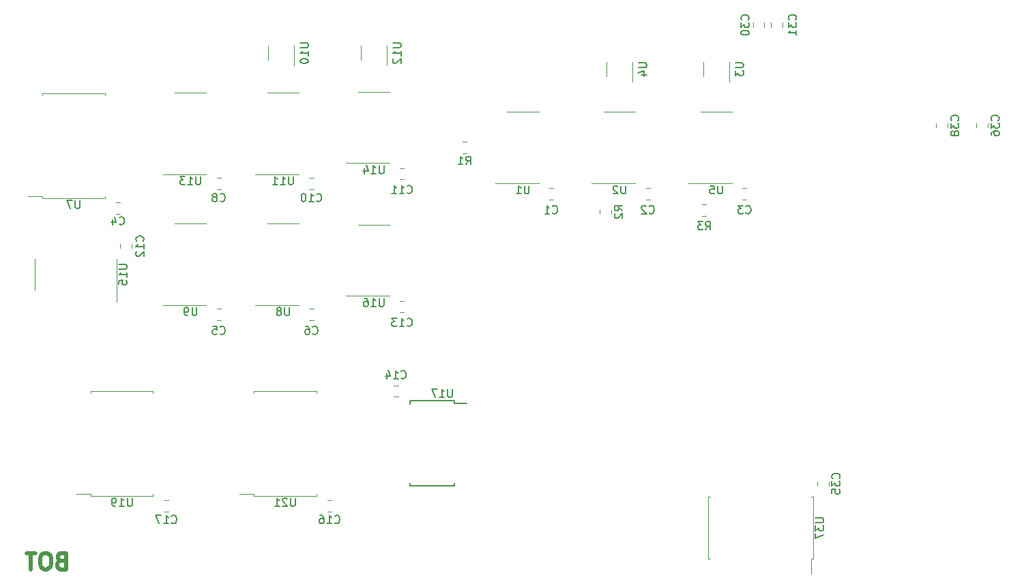
<source format=gbr>
G04 #@! TF.GenerationSoftware,KiCad,Pcbnew,(5.1.4)-1*
G04 #@! TF.CreationDate,2019-09-28T19:07:41+02:00*
G04 #@! TF.ProjectId,Project_GP8B,50726f6a-6563-4745-9f47-5038422e6b69,V4*
G04 #@! TF.SameCoordinates,PX3a2c940PY1e0a6e0*
G04 #@! TF.FileFunction,Legend,Bot*
G04 #@! TF.FilePolarity,Positive*
%FSLAX46Y46*%
G04 Gerber Fmt 4.6, Leading zero omitted, Abs format (unit mm)*
G04 Created by KiCad (PCBNEW (5.1.4)-1) date 2019-09-28 19:07:41*
%MOMM*%
%LPD*%
G04 APERTURE LIST*
%ADD10C,0.500000*%
%ADD11C,0.120000*%
%ADD12C,0.150000*%
G04 APERTURE END LIST*
D10*
X14166666Y-81107142D02*
X13880952Y-81202380D01*
X13785714Y-81297619D01*
X13690476Y-81488095D01*
X13690476Y-81773809D01*
X13785714Y-81964285D01*
X13880952Y-82059523D01*
X14071428Y-82154761D01*
X14833333Y-82154761D01*
X14833333Y-80154761D01*
X14166666Y-80154761D01*
X13976190Y-80250000D01*
X13880952Y-80345238D01*
X13785714Y-80535714D01*
X13785714Y-80726190D01*
X13880952Y-80916666D01*
X13976190Y-81011904D01*
X14166666Y-81107142D01*
X14833333Y-81107142D01*
X12452380Y-80154761D02*
X12071428Y-80154761D01*
X11880952Y-80250000D01*
X11690476Y-80440476D01*
X11595238Y-80821428D01*
X11595238Y-81488095D01*
X11690476Y-81869047D01*
X11880952Y-82059523D01*
X12071428Y-82154761D01*
X12452380Y-82154761D01*
X12642857Y-82059523D01*
X12833333Y-81869047D01*
X12928571Y-81488095D01*
X12928571Y-80821428D01*
X12833333Y-80440476D01*
X12642857Y-80250000D01*
X12452380Y-80154761D01*
X11023809Y-80154761D02*
X9880952Y-80154761D01*
X10452380Y-82154761D02*
X10452380Y-80154761D01*
D11*
X75258578Y-34790000D02*
X74741422Y-34790000D01*
X75258578Y-36210000D02*
X74741422Y-36210000D01*
X87258578Y-34790000D02*
X86741422Y-34790000D01*
X87258578Y-36210000D02*
X86741422Y-36210000D01*
X99258578Y-36210000D02*
X98741422Y-36210000D01*
X99258578Y-34790000D02*
X98741422Y-34790000D01*
X20991422Y-37960000D02*
X21508578Y-37960000D01*
X20991422Y-36540000D02*
X21508578Y-36540000D01*
X34008578Y-49790000D02*
X33491422Y-49790000D01*
X34008578Y-51210000D02*
X33491422Y-51210000D01*
X45508578Y-51210000D02*
X44991422Y-51210000D01*
X45508578Y-49790000D02*
X44991422Y-49790000D01*
X34008578Y-33540000D02*
X33491422Y-33540000D01*
X34008578Y-34960000D02*
X33491422Y-34960000D01*
X45508578Y-34960000D02*
X44991422Y-34960000D01*
X45508578Y-33540000D02*
X44991422Y-33540000D01*
X56758578Y-32290000D02*
X56241422Y-32290000D01*
X56758578Y-33710000D02*
X56241422Y-33710000D01*
X22960000Y-41741422D02*
X22960000Y-42258578D01*
X21540000Y-41741422D02*
X21540000Y-42258578D01*
X56758578Y-50210000D02*
X56241422Y-50210000D01*
X56758578Y-48790000D02*
X56241422Y-48790000D01*
X55491422Y-60710000D02*
X56008578Y-60710000D01*
X55491422Y-59290000D02*
X56008578Y-59290000D01*
X47758578Y-73540000D02*
X47241422Y-73540000D01*
X47758578Y-74960000D02*
X47241422Y-74960000D01*
X27508578Y-74960000D02*
X26991422Y-74960000D01*
X27508578Y-73540000D02*
X26991422Y-73540000D01*
X101460000Y-14241422D02*
X101460000Y-14758578D01*
X100040000Y-14241422D02*
X100040000Y-14758578D01*
X102290000Y-14241422D02*
X102290000Y-14758578D01*
X103710000Y-14241422D02*
X103710000Y-14758578D01*
X108040000Y-71758578D02*
X108040000Y-71241422D01*
X109460000Y-71758578D02*
X109460000Y-71241422D01*
X129210000Y-27258578D02*
X129210000Y-26741422D01*
X127790000Y-27258578D02*
X127790000Y-26741422D01*
X122790000Y-27258578D02*
X122790000Y-26741422D01*
X124210000Y-27258578D02*
X124210000Y-26741422D01*
X63991422Y-30460000D02*
X64508578Y-30460000D01*
X63991422Y-29040000D02*
X64508578Y-29040000D01*
X81040000Y-38008578D02*
X81040000Y-37491422D01*
X82460000Y-38008578D02*
X82460000Y-37491422D01*
X94258578Y-36790000D02*
X93741422Y-36790000D01*
X94258578Y-38210000D02*
X93741422Y-38210000D01*
X71500000Y-25315000D02*
X73450000Y-25315000D01*
X71500000Y-25315000D02*
X69550000Y-25315000D01*
X71500000Y-34185000D02*
X73450000Y-34185000D01*
X71500000Y-34185000D02*
X68050000Y-34185000D01*
X83500000Y-34185000D02*
X80050000Y-34185000D01*
X83500000Y-34185000D02*
X85450000Y-34185000D01*
X83500000Y-25315000D02*
X81550000Y-25315000D01*
X83500000Y-25315000D02*
X85450000Y-25315000D01*
X93890000Y-20900000D02*
X93890000Y-19100000D01*
X97110000Y-19100000D02*
X97110000Y-21550000D01*
X85110000Y-19100000D02*
X85110000Y-21550000D01*
X81890000Y-20900000D02*
X81890000Y-19100000D01*
X95500000Y-25315000D02*
X97450000Y-25315000D01*
X95500000Y-25315000D02*
X93550000Y-25315000D01*
X95500000Y-34185000D02*
X97450000Y-34185000D01*
X95500000Y-34185000D02*
X92050000Y-34185000D01*
X15750000Y-22990000D02*
X19610000Y-22990000D01*
X19610000Y-22990000D02*
X19610000Y-23225000D01*
X15750000Y-22990000D02*
X11890000Y-22990000D01*
X11890000Y-22990000D02*
X11890000Y-23225000D01*
X15750000Y-36010000D02*
X19610000Y-36010000D01*
X19610000Y-36010000D02*
X19610000Y-35775000D01*
X15750000Y-36010000D02*
X11890000Y-36010000D01*
X11890000Y-36010000D02*
X11890000Y-35775000D01*
X11890000Y-35775000D02*
X10075000Y-35775000D01*
X41750000Y-49310000D02*
X38300000Y-49310000D01*
X41750000Y-49310000D02*
X43700000Y-49310000D01*
X41750000Y-39190000D02*
X39800000Y-39190000D01*
X41750000Y-39190000D02*
X43700000Y-39190000D01*
X30250000Y-39190000D02*
X32200000Y-39190000D01*
X30250000Y-39190000D02*
X28300000Y-39190000D01*
X30250000Y-49310000D02*
X32200000Y-49310000D01*
X30250000Y-49310000D02*
X26800000Y-49310000D01*
X43110000Y-17100000D02*
X43110000Y-19550000D01*
X39890000Y-18900000D02*
X39890000Y-17100000D01*
X41750000Y-22940000D02*
X43700000Y-22940000D01*
X41750000Y-22940000D02*
X39800000Y-22940000D01*
X41750000Y-33060000D02*
X43700000Y-33060000D01*
X41750000Y-33060000D02*
X38300000Y-33060000D01*
X51390000Y-18900000D02*
X51390000Y-17100000D01*
X54610000Y-17100000D02*
X54610000Y-19550000D01*
X30250000Y-33060000D02*
X26800000Y-33060000D01*
X30250000Y-33060000D02*
X32200000Y-33060000D01*
X30250000Y-22940000D02*
X28300000Y-22940000D01*
X30250000Y-22940000D02*
X32200000Y-22940000D01*
X53000000Y-22815000D02*
X54950000Y-22815000D01*
X53000000Y-22815000D02*
X51050000Y-22815000D01*
X53000000Y-31685000D02*
X54950000Y-31685000D01*
X53000000Y-31685000D02*
X49550000Y-31685000D01*
X10940000Y-45500000D02*
X10940000Y-43550000D01*
X10940000Y-45500000D02*
X10940000Y-47450000D01*
X21060000Y-45500000D02*
X21060000Y-43550000D01*
X21060000Y-45500000D02*
X21060000Y-48950000D01*
X53000000Y-48185000D02*
X49550000Y-48185000D01*
X53000000Y-48185000D02*
X54950000Y-48185000D01*
X53000000Y-39315000D02*
X51050000Y-39315000D01*
X53000000Y-39315000D02*
X54950000Y-39315000D01*
D12*
X63025000Y-61225000D02*
X63025000Y-61500000D01*
X57475000Y-61225000D02*
X57475000Y-61580000D01*
X57475000Y-71775000D02*
X57475000Y-71420000D01*
X63025000Y-71775000D02*
X63025000Y-71420000D01*
X63025000Y-61225000D02*
X57475000Y-61225000D01*
X63025000Y-71775000D02*
X57475000Y-71775000D01*
X63025000Y-61500000D02*
X64550000Y-61500000D01*
D11*
X94490000Y-77000000D02*
X94490000Y-73140000D01*
X94490000Y-73140000D02*
X94725000Y-73140000D01*
X94490000Y-77000000D02*
X94490000Y-80860000D01*
X94490000Y-80860000D02*
X94725000Y-80860000D01*
X107510000Y-77000000D02*
X107510000Y-73140000D01*
X107510000Y-73140000D02*
X107275000Y-73140000D01*
X107510000Y-77000000D02*
X107510000Y-80860000D01*
X107510000Y-80860000D02*
X107275000Y-80860000D01*
X107275000Y-80860000D02*
X107275000Y-82675000D01*
X21750000Y-59990000D02*
X25610000Y-59990000D01*
X25610000Y-59990000D02*
X25610000Y-60225000D01*
X21750000Y-59990000D02*
X17890000Y-59990000D01*
X17890000Y-59990000D02*
X17890000Y-60225000D01*
X21750000Y-73010000D02*
X25610000Y-73010000D01*
X25610000Y-73010000D02*
X25610000Y-72775000D01*
X21750000Y-73010000D02*
X17890000Y-73010000D01*
X17890000Y-73010000D02*
X17890000Y-72775000D01*
X17890000Y-72775000D02*
X16075000Y-72775000D01*
X38140000Y-72775000D02*
X36325000Y-72775000D01*
X38140000Y-73010000D02*
X38140000Y-72775000D01*
X42000000Y-73010000D02*
X38140000Y-73010000D01*
X45860000Y-73010000D02*
X45860000Y-72775000D01*
X42000000Y-73010000D02*
X45860000Y-73010000D01*
X38140000Y-59990000D02*
X38140000Y-60225000D01*
X42000000Y-59990000D02*
X38140000Y-59990000D01*
X45860000Y-59990000D02*
X45860000Y-60225000D01*
X42000000Y-59990000D02*
X45860000Y-59990000D01*
D12*
X75166666Y-37857142D02*
X75214285Y-37904761D01*
X75357142Y-37952380D01*
X75452380Y-37952380D01*
X75595238Y-37904761D01*
X75690476Y-37809523D01*
X75738095Y-37714285D01*
X75785714Y-37523809D01*
X75785714Y-37380952D01*
X75738095Y-37190476D01*
X75690476Y-37095238D01*
X75595238Y-37000000D01*
X75452380Y-36952380D01*
X75357142Y-36952380D01*
X75214285Y-37000000D01*
X75166666Y-37047619D01*
X74214285Y-37952380D02*
X74785714Y-37952380D01*
X74500000Y-37952380D02*
X74500000Y-36952380D01*
X74595238Y-37095238D01*
X74690476Y-37190476D01*
X74785714Y-37238095D01*
X87166666Y-37857142D02*
X87214285Y-37904761D01*
X87357142Y-37952380D01*
X87452380Y-37952380D01*
X87595238Y-37904761D01*
X87690476Y-37809523D01*
X87738095Y-37714285D01*
X87785714Y-37523809D01*
X87785714Y-37380952D01*
X87738095Y-37190476D01*
X87690476Y-37095238D01*
X87595238Y-37000000D01*
X87452380Y-36952380D01*
X87357142Y-36952380D01*
X87214285Y-37000000D01*
X87166666Y-37047619D01*
X86785714Y-37047619D02*
X86738095Y-37000000D01*
X86642857Y-36952380D01*
X86404761Y-36952380D01*
X86309523Y-37000000D01*
X86261904Y-37047619D01*
X86214285Y-37142857D01*
X86214285Y-37238095D01*
X86261904Y-37380952D01*
X86833333Y-37952380D01*
X86214285Y-37952380D01*
X99166666Y-37857142D02*
X99214285Y-37904761D01*
X99357142Y-37952380D01*
X99452380Y-37952380D01*
X99595238Y-37904761D01*
X99690476Y-37809523D01*
X99738095Y-37714285D01*
X99785714Y-37523809D01*
X99785714Y-37380952D01*
X99738095Y-37190476D01*
X99690476Y-37095238D01*
X99595238Y-37000000D01*
X99452380Y-36952380D01*
X99357142Y-36952380D01*
X99214285Y-37000000D01*
X99166666Y-37047619D01*
X98833333Y-36952380D02*
X98214285Y-36952380D01*
X98547619Y-37333333D01*
X98404761Y-37333333D01*
X98309523Y-37380952D01*
X98261904Y-37428571D01*
X98214285Y-37523809D01*
X98214285Y-37761904D01*
X98261904Y-37857142D01*
X98309523Y-37904761D01*
X98404761Y-37952380D01*
X98690476Y-37952380D01*
X98785714Y-37904761D01*
X98833333Y-37857142D01*
X21416666Y-39257142D02*
X21464285Y-39304761D01*
X21607142Y-39352380D01*
X21702380Y-39352380D01*
X21845238Y-39304761D01*
X21940476Y-39209523D01*
X21988095Y-39114285D01*
X22035714Y-38923809D01*
X22035714Y-38780952D01*
X21988095Y-38590476D01*
X21940476Y-38495238D01*
X21845238Y-38400000D01*
X21702380Y-38352380D01*
X21607142Y-38352380D01*
X21464285Y-38400000D01*
X21416666Y-38447619D01*
X20559523Y-38685714D02*
X20559523Y-39352380D01*
X20797619Y-38304761D02*
X21035714Y-39019047D01*
X20416666Y-39019047D01*
X33916666Y-52857142D02*
X33964285Y-52904761D01*
X34107142Y-52952380D01*
X34202380Y-52952380D01*
X34345238Y-52904761D01*
X34440476Y-52809523D01*
X34488095Y-52714285D01*
X34535714Y-52523809D01*
X34535714Y-52380952D01*
X34488095Y-52190476D01*
X34440476Y-52095238D01*
X34345238Y-52000000D01*
X34202380Y-51952380D01*
X34107142Y-51952380D01*
X33964285Y-52000000D01*
X33916666Y-52047619D01*
X33011904Y-51952380D02*
X33488095Y-51952380D01*
X33535714Y-52428571D01*
X33488095Y-52380952D01*
X33392857Y-52333333D01*
X33154761Y-52333333D01*
X33059523Y-52380952D01*
X33011904Y-52428571D01*
X32964285Y-52523809D01*
X32964285Y-52761904D01*
X33011904Y-52857142D01*
X33059523Y-52904761D01*
X33154761Y-52952380D01*
X33392857Y-52952380D01*
X33488095Y-52904761D01*
X33535714Y-52857142D01*
X45416666Y-52857142D02*
X45464285Y-52904761D01*
X45607142Y-52952380D01*
X45702380Y-52952380D01*
X45845238Y-52904761D01*
X45940476Y-52809523D01*
X45988095Y-52714285D01*
X46035714Y-52523809D01*
X46035714Y-52380952D01*
X45988095Y-52190476D01*
X45940476Y-52095238D01*
X45845238Y-52000000D01*
X45702380Y-51952380D01*
X45607142Y-51952380D01*
X45464285Y-52000000D01*
X45416666Y-52047619D01*
X44559523Y-51952380D02*
X44750000Y-51952380D01*
X44845238Y-52000000D01*
X44892857Y-52047619D01*
X44988095Y-52190476D01*
X45035714Y-52380952D01*
X45035714Y-52761904D01*
X44988095Y-52857142D01*
X44940476Y-52904761D01*
X44845238Y-52952380D01*
X44654761Y-52952380D01*
X44559523Y-52904761D01*
X44511904Y-52857142D01*
X44464285Y-52761904D01*
X44464285Y-52523809D01*
X44511904Y-52428571D01*
X44559523Y-52380952D01*
X44654761Y-52333333D01*
X44845238Y-52333333D01*
X44940476Y-52380952D01*
X44988095Y-52428571D01*
X45035714Y-52523809D01*
X33916666Y-36357142D02*
X33964285Y-36404761D01*
X34107142Y-36452380D01*
X34202380Y-36452380D01*
X34345238Y-36404761D01*
X34440476Y-36309523D01*
X34488095Y-36214285D01*
X34535714Y-36023809D01*
X34535714Y-35880952D01*
X34488095Y-35690476D01*
X34440476Y-35595238D01*
X34345238Y-35500000D01*
X34202380Y-35452380D01*
X34107142Y-35452380D01*
X33964285Y-35500000D01*
X33916666Y-35547619D01*
X33345238Y-35880952D02*
X33440476Y-35833333D01*
X33488095Y-35785714D01*
X33535714Y-35690476D01*
X33535714Y-35642857D01*
X33488095Y-35547619D01*
X33440476Y-35500000D01*
X33345238Y-35452380D01*
X33154761Y-35452380D01*
X33059523Y-35500000D01*
X33011904Y-35547619D01*
X32964285Y-35642857D01*
X32964285Y-35690476D01*
X33011904Y-35785714D01*
X33059523Y-35833333D01*
X33154761Y-35880952D01*
X33345238Y-35880952D01*
X33440476Y-35928571D01*
X33488095Y-35976190D01*
X33535714Y-36071428D01*
X33535714Y-36261904D01*
X33488095Y-36357142D01*
X33440476Y-36404761D01*
X33345238Y-36452380D01*
X33154761Y-36452380D01*
X33059523Y-36404761D01*
X33011904Y-36357142D01*
X32964285Y-36261904D01*
X32964285Y-36071428D01*
X33011904Y-35976190D01*
X33059523Y-35928571D01*
X33154761Y-35880952D01*
X45892857Y-36357142D02*
X45940476Y-36404761D01*
X46083333Y-36452380D01*
X46178571Y-36452380D01*
X46321428Y-36404761D01*
X46416666Y-36309523D01*
X46464285Y-36214285D01*
X46511904Y-36023809D01*
X46511904Y-35880952D01*
X46464285Y-35690476D01*
X46416666Y-35595238D01*
X46321428Y-35500000D01*
X46178571Y-35452380D01*
X46083333Y-35452380D01*
X45940476Y-35500000D01*
X45892857Y-35547619D01*
X44940476Y-36452380D02*
X45511904Y-36452380D01*
X45226190Y-36452380D02*
X45226190Y-35452380D01*
X45321428Y-35595238D01*
X45416666Y-35690476D01*
X45511904Y-35738095D01*
X44321428Y-35452380D02*
X44226190Y-35452380D01*
X44130952Y-35500000D01*
X44083333Y-35547619D01*
X44035714Y-35642857D01*
X43988095Y-35833333D01*
X43988095Y-36071428D01*
X44035714Y-36261904D01*
X44083333Y-36357142D01*
X44130952Y-36404761D01*
X44226190Y-36452380D01*
X44321428Y-36452380D01*
X44416666Y-36404761D01*
X44464285Y-36357142D01*
X44511904Y-36261904D01*
X44559523Y-36071428D01*
X44559523Y-35833333D01*
X44511904Y-35642857D01*
X44464285Y-35547619D01*
X44416666Y-35500000D01*
X44321428Y-35452380D01*
X57142857Y-35357142D02*
X57190476Y-35404761D01*
X57333333Y-35452380D01*
X57428571Y-35452380D01*
X57571428Y-35404761D01*
X57666666Y-35309523D01*
X57714285Y-35214285D01*
X57761904Y-35023809D01*
X57761904Y-34880952D01*
X57714285Y-34690476D01*
X57666666Y-34595238D01*
X57571428Y-34500000D01*
X57428571Y-34452380D01*
X57333333Y-34452380D01*
X57190476Y-34500000D01*
X57142857Y-34547619D01*
X56190476Y-35452380D02*
X56761904Y-35452380D01*
X56476190Y-35452380D02*
X56476190Y-34452380D01*
X56571428Y-34595238D01*
X56666666Y-34690476D01*
X56761904Y-34738095D01*
X55238095Y-35452380D02*
X55809523Y-35452380D01*
X55523809Y-35452380D02*
X55523809Y-34452380D01*
X55619047Y-34595238D01*
X55714285Y-34690476D01*
X55809523Y-34738095D01*
X24357142Y-41357142D02*
X24404761Y-41309523D01*
X24452380Y-41166666D01*
X24452380Y-41071428D01*
X24404761Y-40928571D01*
X24309523Y-40833333D01*
X24214285Y-40785714D01*
X24023809Y-40738095D01*
X23880952Y-40738095D01*
X23690476Y-40785714D01*
X23595238Y-40833333D01*
X23500000Y-40928571D01*
X23452380Y-41071428D01*
X23452380Y-41166666D01*
X23500000Y-41309523D01*
X23547619Y-41357142D01*
X24452380Y-42309523D02*
X24452380Y-41738095D01*
X24452380Y-42023809D02*
X23452380Y-42023809D01*
X23595238Y-41928571D01*
X23690476Y-41833333D01*
X23738095Y-41738095D01*
X23547619Y-42690476D02*
X23500000Y-42738095D01*
X23452380Y-42833333D01*
X23452380Y-43071428D01*
X23500000Y-43166666D01*
X23547619Y-43214285D01*
X23642857Y-43261904D01*
X23738095Y-43261904D01*
X23880952Y-43214285D01*
X24452380Y-42642857D01*
X24452380Y-43261904D01*
X57142857Y-51857142D02*
X57190476Y-51904761D01*
X57333333Y-51952380D01*
X57428571Y-51952380D01*
X57571428Y-51904761D01*
X57666666Y-51809523D01*
X57714285Y-51714285D01*
X57761904Y-51523809D01*
X57761904Y-51380952D01*
X57714285Y-51190476D01*
X57666666Y-51095238D01*
X57571428Y-51000000D01*
X57428571Y-50952380D01*
X57333333Y-50952380D01*
X57190476Y-51000000D01*
X57142857Y-51047619D01*
X56190476Y-51952380D02*
X56761904Y-51952380D01*
X56476190Y-51952380D02*
X56476190Y-50952380D01*
X56571428Y-51095238D01*
X56666666Y-51190476D01*
X56761904Y-51238095D01*
X55857142Y-50952380D02*
X55238095Y-50952380D01*
X55571428Y-51333333D01*
X55428571Y-51333333D01*
X55333333Y-51380952D01*
X55285714Y-51428571D01*
X55238095Y-51523809D01*
X55238095Y-51761904D01*
X55285714Y-51857142D01*
X55333333Y-51904761D01*
X55428571Y-51952380D01*
X55714285Y-51952380D01*
X55809523Y-51904761D01*
X55857142Y-51857142D01*
X56392857Y-58357142D02*
X56440476Y-58404761D01*
X56583333Y-58452380D01*
X56678571Y-58452380D01*
X56821428Y-58404761D01*
X56916666Y-58309523D01*
X56964285Y-58214285D01*
X57011904Y-58023809D01*
X57011904Y-57880952D01*
X56964285Y-57690476D01*
X56916666Y-57595238D01*
X56821428Y-57500000D01*
X56678571Y-57452380D01*
X56583333Y-57452380D01*
X56440476Y-57500000D01*
X56392857Y-57547619D01*
X55440476Y-58452380D02*
X56011904Y-58452380D01*
X55726190Y-58452380D02*
X55726190Y-57452380D01*
X55821428Y-57595238D01*
X55916666Y-57690476D01*
X56011904Y-57738095D01*
X54583333Y-57785714D02*
X54583333Y-58452380D01*
X54821428Y-57404761D02*
X55059523Y-58119047D01*
X54440476Y-58119047D01*
X48142857Y-76357142D02*
X48190476Y-76404761D01*
X48333333Y-76452380D01*
X48428571Y-76452380D01*
X48571428Y-76404761D01*
X48666666Y-76309523D01*
X48714285Y-76214285D01*
X48761904Y-76023809D01*
X48761904Y-75880952D01*
X48714285Y-75690476D01*
X48666666Y-75595238D01*
X48571428Y-75500000D01*
X48428571Y-75452380D01*
X48333333Y-75452380D01*
X48190476Y-75500000D01*
X48142857Y-75547619D01*
X47190476Y-76452380D02*
X47761904Y-76452380D01*
X47476190Y-76452380D02*
X47476190Y-75452380D01*
X47571428Y-75595238D01*
X47666666Y-75690476D01*
X47761904Y-75738095D01*
X46333333Y-75452380D02*
X46523809Y-75452380D01*
X46619047Y-75500000D01*
X46666666Y-75547619D01*
X46761904Y-75690476D01*
X46809523Y-75880952D01*
X46809523Y-76261904D01*
X46761904Y-76357142D01*
X46714285Y-76404761D01*
X46619047Y-76452380D01*
X46428571Y-76452380D01*
X46333333Y-76404761D01*
X46285714Y-76357142D01*
X46238095Y-76261904D01*
X46238095Y-76023809D01*
X46285714Y-75928571D01*
X46333333Y-75880952D01*
X46428571Y-75833333D01*
X46619047Y-75833333D01*
X46714285Y-75880952D01*
X46761904Y-75928571D01*
X46809523Y-76023809D01*
X27892857Y-76357142D02*
X27940476Y-76404761D01*
X28083333Y-76452380D01*
X28178571Y-76452380D01*
X28321428Y-76404761D01*
X28416666Y-76309523D01*
X28464285Y-76214285D01*
X28511904Y-76023809D01*
X28511904Y-75880952D01*
X28464285Y-75690476D01*
X28416666Y-75595238D01*
X28321428Y-75500000D01*
X28178571Y-75452380D01*
X28083333Y-75452380D01*
X27940476Y-75500000D01*
X27892857Y-75547619D01*
X26940476Y-76452380D02*
X27511904Y-76452380D01*
X27226190Y-76452380D02*
X27226190Y-75452380D01*
X27321428Y-75595238D01*
X27416666Y-75690476D01*
X27511904Y-75738095D01*
X26607142Y-75452380D02*
X25940476Y-75452380D01*
X26369047Y-76452380D01*
X99457142Y-13857142D02*
X99504761Y-13809523D01*
X99552380Y-13666666D01*
X99552380Y-13571428D01*
X99504761Y-13428571D01*
X99409523Y-13333333D01*
X99314285Y-13285714D01*
X99123809Y-13238095D01*
X98980952Y-13238095D01*
X98790476Y-13285714D01*
X98695238Y-13333333D01*
X98600000Y-13428571D01*
X98552380Y-13571428D01*
X98552380Y-13666666D01*
X98600000Y-13809523D01*
X98647619Y-13857142D01*
X98552380Y-14190476D02*
X98552380Y-14809523D01*
X98933333Y-14476190D01*
X98933333Y-14619047D01*
X98980952Y-14714285D01*
X99028571Y-14761904D01*
X99123809Y-14809523D01*
X99361904Y-14809523D01*
X99457142Y-14761904D01*
X99504761Y-14714285D01*
X99552380Y-14619047D01*
X99552380Y-14333333D01*
X99504761Y-14238095D01*
X99457142Y-14190476D01*
X98552380Y-15428571D02*
X98552380Y-15523809D01*
X98600000Y-15619047D01*
X98647619Y-15666666D01*
X98742857Y-15714285D01*
X98933333Y-15761904D01*
X99171428Y-15761904D01*
X99361904Y-15714285D01*
X99457142Y-15666666D01*
X99504761Y-15619047D01*
X99552380Y-15523809D01*
X99552380Y-15428571D01*
X99504761Y-15333333D01*
X99457142Y-15285714D01*
X99361904Y-15238095D01*
X99171428Y-15190476D01*
X98933333Y-15190476D01*
X98742857Y-15238095D01*
X98647619Y-15285714D01*
X98600000Y-15333333D01*
X98552380Y-15428571D01*
X105357142Y-13857142D02*
X105404761Y-13809523D01*
X105452380Y-13666666D01*
X105452380Y-13571428D01*
X105404761Y-13428571D01*
X105309523Y-13333333D01*
X105214285Y-13285714D01*
X105023809Y-13238095D01*
X104880952Y-13238095D01*
X104690476Y-13285714D01*
X104595238Y-13333333D01*
X104500000Y-13428571D01*
X104452380Y-13571428D01*
X104452380Y-13666666D01*
X104500000Y-13809523D01*
X104547619Y-13857142D01*
X104452380Y-14190476D02*
X104452380Y-14809523D01*
X104833333Y-14476190D01*
X104833333Y-14619047D01*
X104880952Y-14714285D01*
X104928571Y-14761904D01*
X105023809Y-14809523D01*
X105261904Y-14809523D01*
X105357142Y-14761904D01*
X105404761Y-14714285D01*
X105452380Y-14619047D01*
X105452380Y-14333333D01*
X105404761Y-14238095D01*
X105357142Y-14190476D01*
X105452380Y-15761904D02*
X105452380Y-15190476D01*
X105452380Y-15476190D02*
X104452380Y-15476190D01*
X104595238Y-15380952D01*
X104690476Y-15285714D01*
X104738095Y-15190476D01*
X110757142Y-70857142D02*
X110804761Y-70809523D01*
X110852380Y-70666666D01*
X110852380Y-70571428D01*
X110804761Y-70428571D01*
X110709523Y-70333333D01*
X110614285Y-70285714D01*
X110423809Y-70238095D01*
X110280952Y-70238095D01*
X110090476Y-70285714D01*
X109995238Y-70333333D01*
X109900000Y-70428571D01*
X109852380Y-70571428D01*
X109852380Y-70666666D01*
X109900000Y-70809523D01*
X109947619Y-70857142D01*
X109852380Y-71190476D02*
X109852380Y-71809523D01*
X110233333Y-71476190D01*
X110233333Y-71619047D01*
X110280952Y-71714285D01*
X110328571Y-71761904D01*
X110423809Y-71809523D01*
X110661904Y-71809523D01*
X110757142Y-71761904D01*
X110804761Y-71714285D01*
X110852380Y-71619047D01*
X110852380Y-71333333D01*
X110804761Y-71238095D01*
X110757142Y-71190476D01*
X109852380Y-72714285D02*
X109852380Y-72238095D01*
X110328571Y-72190476D01*
X110280952Y-72238095D01*
X110233333Y-72333333D01*
X110233333Y-72571428D01*
X110280952Y-72666666D01*
X110328571Y-72714285D01*
X110423809Y-72761904D01*
X110661904Y-72761904D01*
X110757142Y-72714285D01*
X110804761Y-72666666D01*
X110852380Y-72571428D01*
X110852380Y-72333333D01*
X110804761Y-72238095D01*
X110757142Y-72190476D01*
X130507142Y-26357142D02*
X130554761Y-26309523D01*
X130602380Y-26166666D01*
X130602380Y-26071428D01*
X130554761Y-25928571D01*
X130459523Y-25833333D01*
X130364285Y-25785714D01*
X130173809Y-25738095D01*
X130030952Y-25738095D01*
X129840476Y-25785714D01*
X129745238Y-25833333D01*
X129650000Y-25928571D01*
X129602380Y-26071428D01*
X129602380Y-26166666D01*
X129650000Y-26309523D01*
X129697619Y-26357142D01*
X129602380Y-26690476D02*
X129602380Y-27309523D01*
X129983333Y-26976190D01*
X129983333Y-27119047D01*
X130030952Y-27214285D01*
X130078571Y-27261904D01*
X130173809Y-27309523D01*
X130411904Y-27309523D01*
X130507142Y-27261904D01*
X130554761Y-27214285D01*
X130602380Y-27119047D01*
X130602380Y-26833333D01*
X130554761Y-26738095D01*
X130507142Y-26690476D01*
X129602380Y-28166666D02*
X129602380Y-27976190D01*
X129650000Y-27880952D01*
X129697619Y-27833333D01*
X129840476Y-27738095D01*
X130030952Y-27690476D01*
X130411904Y-27690476D01*
X130507142Y-27738095D01*
X130554761Y-27785714D01*
X130602380Y-27880952D01*
X130602380Y-28071428D01*
X130554761Y-28166666D01*
X130507142Y-28214285D01*
X130411904Y-28261904D01*
X130173809Y-28261904D01*
X130078571Y-28214285D01*
X130030952Y-28166666D01*
X129983333Y-28071428D01*
X129983333Y-27880952D01*
X130030952Y-27785714D01*
X130078571Y-27738095D01*
X130173809Y-27690476D01*
X125507142Y-26357142D02*
X125554761Y-26309523D01*
X125602380Y-26166666D01*
X125602380Y-26071428D01*
X125554761Y-25928571D01*
X125459523Y-25833333D01*
X125364285Y-25785714D01*
X125173809Y-25738095D01*
X125030952Y-25738095D01*
X124840476Y-25785714D01*
X124745238Y-25833333D01*
X124650000Y-25928571D01*
X124602380Y-26071428D01*
X124602380Y-26166666D01*
X124650000Y-26309523D01*
X124697619Y-26357142D01*
X124602380Y-26690476D02*
X124602380Y-27309523D01*
X124983333Y-26976190D01*
X124983333Y-27119047D01*
X125030952Y-27214285D01*
X125078571Y-27261904D01*
X125173809Y-27309523D01*
X125411904Y-27309523D01*
X125507142Y-27261904D01*
X125554761Y-27214285D01*
X125602380Y-27119047D01*
X125602380Y-26833333D01*
X125554761Y-26738095D01*
X125507142Y-26690476D01*
X125030952Y-27880952D02*
X124983333Y-27785714D01*
X124935714Y-27738095D01*
X124840476Y-27690476D01*
X124792857Y-27690476D01*
X124697619Y-27738095D01*
X124650000Y-27785714D01*
X124602380Y-27880952D01*
X124602380Y-28071428D01*
X124650000Y-28166666D01*
X124697619Y-28214285D01*
X124792857Y-28261904D01*
X124840476Y-28261904D01*
X124935714Y-28214285D01*
X124983333Y-28166666D01*
X125030952Y-28071428D01*
X125030952Y-27880952D01*
X125078571Y-27785714D01*
X125126190Y-27738095D01*
X125221428Y-27690476D01*
X125411904Y-27690476D01*
X125507142Y-27738095D01*
X125554761Y-27785714D01*
X125602380Y-27880952D01*
X125602380Y-28071428D01*
X125554761Y-28166666D01*
X125507142Y-28214285D01*
X125411904Y-28261904D01*
X125221428Y-28261904D01*
X125126190Y-28214285D01*
X125078571Y-28166666D01*
X125030952Y-28071428D01*
X64416666Y-31852380D02*
X64750000Y-31376190D01*
X64988095Y-31852380D02*
X64988095Y-30852380D01*
X64607142Y-30852380D01*
X64511904Y-30900000D01*
X64464285Y-30947619D01*
X64416666Y-31042857D01*
X64416666Y-31185714D01*
X64464285Y-31280952D01*
X64511904Y-31328571D01*
X64607142Y-31376190D01*
X64988095Y-31376190D01*
X63464285Y-31852380D02*
X64035714Y-31852380D01*
X63750000Y-31852380D02*
X63750000Y-30852380D01*
X63845238Y-30995238D01*
X63940476Y-31090476D01*
X64035714Y-31138095D01*
X83852380Y-37583333D02*
X83376190Y-37250000D01*
X83852380Y-37011904D02*
X82852380Y-37011904D01*
X82852380Y-37392857D01*
X82900000Y-37488095D01*
X82947619Y-37535714D01*
X83042857Y-37583333D01*
X83185714Y-37583333D01*
X83280952Y-37535714D01*
X83328571Y-37488095D01*
X83376190Y-37392857D01*
X83376190Y-37011904D01*
X82947619Y-37964285D02*
X82900000Y-38011904D01*
X82852380Y-38107142D01*
X82852380Y-38345238D01*
X82900000Y-38440476D01*
X82947619Y-38488095D01*
X83042857Y-38535714D01*
X83138095Y-38535714D01*
X83280952Y-38488095D01*
X83852380Y-37916666D01*
X83852380Y-38535714D01*
X94166666Y-39952380D02*
X94500000Y-39476190D01*
X94738095Y-39952380D02*
X94738095Y-38952380D01*
X94357142Y-38952380D01*
X94261904Y-39000000D01*
X94214285Y-39047619D01*
X94166666Y-39142857D01*
X94166666Y-39285714D01*
X94214285Y-39380952D01*
X94261904Y-39428571D01*
X94357142Y-39476190D01*
X94738095Y-39476190D01*
X93833333Y-38952380D02*
X93214285Y-38952380D01*
X93547619Y-39333333D01*
X93404761Y-39333333D01*
X93309523Y-39380952D01*
X93261904Y-39428571D01*
X93214285Y-39523809D01*
X93214285Y-39761904D01*
X93261904Y-39857142D01*
X93309523Y-39904761D01*
X93404761Y-39952380D01*
X93690476Y-39952380D01*
X93785714Y-39904761D01*
X93833333Y-39857142D01*
X72261904Y-34482380D02*
X72261904Y-35291904D01*
X72214285Y-35387142D01*
X72166666Y-35434761D01*
X72071428Y-35482380D01*
X71880952Y-35482380D01*
X71785714Y-35434761D01*
X71738095Y-35387142D01*
X71690476Y-35291904D01*
X71690476Y-34482380D01*
X70690476Y-35482380D02*
X71261904Y-35482380D01*
X70976190Y-35482380D02*
X70976190Y-34482380D01*
X71071428Y-34625238D01*
X71166666Y-34720476D01*
X71261904Y-34768095D01*
X84261904Y-34482380D02*
X84261904Y-35291904D01*
X84214285Y-35387142D01*
X84166666Y-35434761D01*
X84071428Y-35482380D01*
X83880952Y-35482380D01*
X83785714Y-35434761D01*
X83738095Y-35387142D01*
X83690476Y-35291904D01*
X83690476Y-34482380D01*
X83261904Y-34577619D02*
X83214285Y-34530000D01*
X83119047Y-34482380D01*
X82880952Y-34482380D01*
X82785714Y-34530000D01*
X82738095Y-34577619D01*
X82690476Y-34672857D01*
X82690476Y-34768095D01*
X82738095Y-34910952D01*
X83309523Y-35482380D01*
X82690476Y-35482380D01*
X97852380Y-19238095D02*
X98661904Y-19238095D01*
X98757142Y-19285714D01*
X98804761Y-19333333D01*
X98852380Y-19428571D01*
X98852380Y-19619047D01*
X98804761Y-19714285D01*
X98757142Y-19761904D01*
X98661904Y-19809523D01*
X97852380Y-19809523D01*
X97852380Y-20190476D02*
X97852380Y-20809523D01*
X98233333Y-20476190D01*
X98233333Y-20619047D01*
X98280952Y-20714285D01*
X98328571Y-20761904D01*
X98423809Y-20809523D01*
X98661904Y-20809523D01*
X98757142Y-20761904D01*
X98804761Y-20714285D01*
X98852380Y-20619047D01*
X98852380Y-20333333D01*
X98804761Y-20238095D01*
X98757142Y-20190476D01*
X85852380Y-19238095D02*
X86661904Y-19238095D01*
X86757142Y-19285714D01*
X86804761Y-19333333D01*
X86852380Y-19428571D01*
X86852380Y-19619047D01*
X86804761Y-19714285D01*
X86757142Y-19761904D01*
X86661904Y-19809523D01*
X85852380Y-19809523D01*
X86185714Y-20714285D02*
X86852380Y-20714285D01*
X85804761Y-20476190D02*
X86519047Y-20238095D01*
X86519047Y-20857142D01*
X96261904Y-34482380D02*
X96261904Y-35291904D01*
X96214285Y-35387142D01*
X96166666Y-35434761D01*
X96071428Y-35482380D01*
X95880952Y-35482380D01*
X95785714Y-35434761D01*
X95738095Y-35387142D01*
X95690476Y-35291904D01*
X95690476Y-34482380D01*
X94738095Y-34482380D02*
X95214285Y-34482380D01*
X95261904Y-34958571D01*
X95214285Y-34910952D01*
X95119047Y-34863333D01*
X94880952Y-34863333D01*
X94785714Y-34910952D01*
X94738095Y-34958571D01*
X94690476Y-35053809D01*
X94690476Y-35291904D01*
X94738095Y-35387142D01*
X94785714Y-35434761D01*
X94880952Y-35482380D01*
X95119047Y-35482380D01*
X95214285Y-35434761D01*
X95261904Y-35387142D01*
X16511904Y-36302380D02*
X16511904Y-37111904D01*
X16464285Y-37207142D01*
X16416666Y-37254761D01*
X16321428Y-37302380D01*
X16130952Y-37302380D01*
X16035714Y-37254761D01*
X15988095Y-37207142D01*
X15940476Y-37111904D01*
X15940476Y-36302380D01*
X15559523Y-36302380D02*
X14892857Y-36302380D01*
X15321428Y-37302380D01*
X42511904Y-49602380D02*
X42511904Y-50411904D01*
X42464285Y-50507142D01*
X42416666Y-50554761D01*
X42321428Y-50602380D01*
X42130952Y-50602380D01*
X42035714Y-50554761D01*
X41988095Y-50507142D01*
X41940476Y-50411904D01*
X41940476Y-49602380D01*
X41321428Y-50030952D02*
X41416666Y-49983333D01*
X41464285Y-49935714D01*
X41511904Y-49840476D01*
X41511904Y-49792857D01*
X41464285Y-49697619D01*
X41416666Y-49650000D01*
X41321428Y-49602380D01*
X41130952Y-49602380D01*
X41035714Y-49650000D01*
X40988095Y-49697619D01*
X40940476Y-49792857D01*
X40940476Y-49840476D01*
X40988095Y-49935714D01*
X41035714Y-49983333D01*
X41130952Y-50030952D01*
X41321428Y-50030952D01*
X41416666Y-50078571D01*
X41464285Y-50126190D01*
X41511904Y-50221428D01*
X41511904Y-50411904D01*
X41464285Y-50507142D01*
X41416666Y-50554761D01*
X41321428Y-50602380D01*
X41130952Y-50602380D01*
X41035714Y-50554761D01*
X40988095Y-50507142D01*
X40940476Y-50411904D01*
X40940476Y-50221428D01*
X40988095Y-50126190D01*
X41035714Y-50078571D01*
X41130952Y-50030952D01*
X31011904Y-49602380D02*
X31011904Y-50411904D01*
X30964285Y-50507142D01*
X30916666Y-50554761D01*
X30821428Y-50602380D01*
X30630952Y-50602380D01*
X30535714Y-50554761D01*
X30488095Y-50507142D01*
X30440476Y-50411904D01*
X30440476Y-49602380D01*
X29916666Y-50602380D02*
X29726190Y-50602380D01*
X29630952Y-50554761D01*
X29583333Y-50507142D01*
X29488095Y-50364285D01*
X29440476Y-50173809D01*
X29440476Y-49792857D01*
X29488095Y-49697619D01*
X29535714Y-49650000D01*
X29630952Y-49602380D01*
X29821428Y-49602380D01*
X29916666Y-49650000D01*
X29964285Y-49697619D01*
X30011904Y-49792857D01*
X30011904Y-50030952D01*
X29964285Y-50126190D01*
X29916666Y-50173809D01*
X29821428Y-50221428D01*
X29630952Y-50221428D01*
X29535714Y-50173809D01*
X29488095Y-50126190D01*
X29440476Y-50030952D01*
X43852380Y-16761904D02*
X44661904Y-16761904D01*
X44757142Y-16809523D01*
X44804761Y-16857142D01*
X44852380Y-16952380D01*
X44852380Y-17142857D01*
X44804761Y-17238095D01*
X44757142Y-17285714D01*
X44661904Y-17333333D01*
X43852380Y-17333333D01*
X44852380Y-18333333D02*
X44852380Y-17761904D01*
X44852380Y-18047619D02*
X43852380Y-18047619D01*
X43995238Y-17952380D01*
X44090476Y-17857142D01*
X44138095Y-17761904D01*
X43852380Y-18952380D02*
X43852380Y-19047619D01*
X43900000Y-19142857D01*
X43947619Y-19190476D01*
X44042857Y-19238095D01*
X44233333Y-19285714D01*
X44471428Y-19285714D01*
X44661904Y-19238095D01*
X44757142Y-19190476D01*
X44804761Y-19142857D01*
X44852380Y-19047619D01*
X44852380Y-18952380D01*
X44804761Y-18857142D01*
X44757142Y-18809523D01*
X44661904Y-18761904D01*
X44471428Y-18714285D01*
X44233333Y-18714285D01*
X44042857Y-18761904D01*
X43947619Y-18809523D01*
X43900000Y-18857142D01*
X43852380Y-18952380D01*
X42988095Y-33352380D02*
X42988095Y-34161904D01*
X42940476Y-34257142D01*
X42892857Y-34304761D01*
X42797619Y-34352380D01*
X42607142Y-34352380D01*
X42511904Y-34304761D01*
X42464285Y-34257142D01*
X42416666Y-34161904D01*
X42416666Y-33352380D01*
X41416666Y-34352380D02*
X41988095Y-34352380D01*
X41702380Y-34352380D02*
X41702380Y-33352380D01*
X41797619Y-33495238D01*
X41892857Y-33590476D01*
X41988095Y-33638095D01*
X40464285Y-34352380D02*
X41035714Y-34352380D01*
X40750000Y-34352380D02*
X40750000Y-33352380D01*
X40845238Y-33495238D01*
X40940476Y-33590476D01*
X41035714Y-33638095D01*
X55352380Y-16761904D02*
X56161904Y-16761904D01*
X56257142Y-16809523D01*
X56304761Y-16857142D01*
X56352380Y-16952380D01*
X56352380Y-17142857D01*
X56304761Y-17238095D01*
X56257142Y-17285714D01*
X56161904Y-17333333D01*
X55352380Y-17333333D01*
X56352380Y-18333333D02*
X56352380Y-17761904D01*
X56352380Y-18047619D02*
X55352380Y-18047619D01*
X55495238Y-17952380D01*
X55590476Y-17857142D01*
X55638095Y-17761904D01*
X55447619Y-18714285D02*
X55400000Y-18761904D01*
X55352380Y-18857142D01*
X55352380Y-19095238D01*
X55400000Y-19190476D01*
X55447619Y-19238095D01*
X55542857Y-19285714D01*
X55638095Y-19285714D01*
X55780952Y-19238095D01*
X56352380Y-18666666D01*
X56352380Y-19285714D01*
X31488095Y-33352380D02*
X31488095Y-34161904D01*
X31440476Y-34257142D01*
X31392857Y-34304761D01*
X31297619Y-34352380D01*
X31107142Y-34352380D01*
X31011904Y-34304761D01*
X30964285Y-34257142D01*
X30916666Y-34161904D01*
X30916666Y-33352380D01*
X29916666Y-34352380D02*
X30488095Y-34352380D01*
X30202380Y-34352380D02*
X30202380Y-33352380D01*
X30297619Y-33495238D01*
X30392857Y-33590476D01*
X30488095Y-33638095D01*
X29583333Y-33352380D02*
X28964285Y-33352380D01*
X29297619Y-33733333D01*
X29154761Y-33733333D01*
X29059523Y-33780952D01*
X29011904Y-33828571D01*
X28964285Y-33923809D01*
X28964285Y-34161904D01*
X29011904Y-34257142D01*
X29059523Y-34304761D01*
X29154761Y-34352380D01*
X29440476Y-34352380D01*
X29535714Y-34304761D01*
X29583333Y-34257142D01*
X54238095Y-31982380D02*
X54238095Y-32791904D01*
X54190476Y-32887142D01*
X54142857Y-32934761D01*
X54047619Y-32982380D01*
X53857142Y-32982380D01*
X53761904Y-32934761D01*
X53714285Y-32887142D01*
X53666666Y-32791904D01*
X53666666Y-31982380D01*
X52666666Y-32982380D02*
X53238095Y-32982380D01*
X52952380Y-32982380D02*
X52952380Y-31982380D01*
X53047619Y-32125238D01*
X53142857Y-32220476D01*
X53238095Y-32268095D01*
X51809523Y-32315714D02*
X51809523Y-32982380D01*
X52047619Y-31934761D02*
X52285714Y-32649047D01*
X51666666Y-32649047D01*
X21352380Y-44261904D02*
X22161904Y-44261904D01*
X22257142Y-44309523D01*
X22304761Y-44357142D01*
X22352380Y-44452380D01*
X22352380Y-44642857D01*
X22304761Y-44738095D01*
X22257142Y-44785714D01*
X22161904Y-44833333D01*
X21352380Y-44833333D01*
X22352380Y-45833333D02*
X22352380Y-45261904D01*
X22352380Y-45547619D02*
X21352380Y-45547619D01*
X21495238Y-45452380D01*
X21590476Y-45357142D01*
X21638095Y-45261904D01*
X21352380Y-46738095D02*
X21352380Y-46261904D01*
X21828571Y-46214285D01*
X21780952Y-46261904D01*
X21733333Y-46357142D01*
X21733333Y-46595238D01*
X21780952Y-46690476D01*
X21828571Y-46738095D01*
X21923809Y-46785714D01*
X22161904Y-46785714D01*
X22257142Y-46738095D01*
X22304761Y-46690476D01*
X22352380Y-46595238D01*
X22352380Y-46357142D01*
X22304761Y-46261904D01*
X22257142Y-46214285D01*
X54238095Y-48482380D02*
X54238095Y-49291904D01*
X54190476Y-49387142D01*
X54142857Y-49434761D01*
X54047619Y-49482380D01*
X53857142Y-49482380D01*
X53761904Y-49434761D01*
X53714285Y-49387142D01*
X53666666Y-49291904D01*
X53666666Y-48482380D01*
X52666666Y-49482380D02*
X53238095Y-49482380D01*
X52952380Y-49482380D02*
X52952380Y-48482380D01*
X53047619Y-48625238D01*
X53142857Y-48720476D01*
X53238095Y-48768095D01*
X51809523Y-48482380D02*
X52000000Y-48482380D01*
X52095238Y-48530000D01*
X52142857Y-48577619D01*
X52238095Y-48720476D01*
X52285714Y-48910952D01*
X52285714Y-49291904D01*
X52238095Y-49387142D01*
X52190476Y-49434761D01*
X52095238Y-49482380D01*
X51904761Y-49482380D01*
X51809523Y-49434761D01*
X51761904Y-49387142D01*
X51714285Y-49291904D01*
X51714285Y-49053809D01*
X51761904Y-48958571D01*
X51809523Y-48910952D01*
X51904761Y-48863333D01*
X52095238Y-48863333D01*
X52190476Y-48910952D01*
X52238095Y-48958571D01*
X52285714Y-49053809D01*
X62738095Y-59752380D02*
X62738095Y-60561904D01*
X62690476Y-60657142D01*
X62642857Y-60704761D01*
X62547619Y-60752380D01*
X62357142Y-60752380D01*
X62261904Y-60704761D01*
X62214285Y-60657142D01*
X62166666Y-60561904D01*
X62166666Y-59752380D01*
X61166666Y-60752380D02*
X61738095Y-60752380D01*
X61452380Y-60752380D02*
X61452380Y-59752380D01*
X61547619Y-59895238D01*
X61642857Y-59990476D01*
X61738095Y-60038095D01*
X60833333Y-59752380D02*
X60166666Y-59752380D01*
X60595238Y-60752380D01*
X107802380Y-75761904D02*
X108611904Y-75761904D01*
X108707142Y-75809523D01*
X108754761Y-75857142D01*
X108802380Y-75952380D01*
X108802380Y-76142857D01*
X108754761Y-76238095D01*
X108707142Y-76285714D01*
X108611904Y-76333333D01*
X107802380Y-76333333D01*
X107802380Y-76714285D02*
X107802380Y-77333333D01*
X108183333Y-77000000D01*
X108183333Y-77142857D01*
X108230952Y-77238095D01*
X108278571Y-77285714D01*
X108373809Y-77333333D01*
X108611904Y-77333333D01*
X108707142Y-77285714D01*
X108754761Y-77238095D01*
X108802380Y-77142857D01*
X108802380Y-76857142D01*
X108754761Y-76761904D01*
X108707142Y-76714285D01*
X107802380Y-77666666D02*
X107802380Y-78333333D01*
X108802380Y-77904761D01*
X22988095Y-73302380D02*
X22988095Y-74111904D01*
X22940476Y-74207142D01*
X22892857Y-74254761D01*
X22797619Y-74302380D01*
X22607142Y-74302380D01*
X22511904Y-74254761D01*
X22464285Y-74207142D01*
X22416666Y-74111904D01*
X22416666Y-73302380D01*
X21416666Y-74302380D02*
X21988095Y-74302380D01*
X21702380Y-74302380D02*
X21702380Y-73302380D01*
X21797619Y-73445238D01*
X21892857Y-73540476D01*
X21988095Y-73588095D01*
X20940476Y-74302380D02*
X20750000Y-74302380D01*
X20654761Y-74254761D01*
X20607142Y-74207142D01*
X20511904Y-74064285D01*
X20464285Y-73873809D01*
X20464285Y-73492857D01*
X20511904Y-73397619D01*
X20559523Y-73350000D01*
X20654761Y-73302380D01*
X20845238Y-73302380D01*
X20940476Y-73350000D01*
X20988095Y-73397619D01*
X21035714Y-73492857D01*
X21035714Y-73730952D01*
X20988095Y-73826190D01*
X20940476Y-73873809D01*
X20845238Y-73921428D01*
X20654761Y-73921428D01*
X20559523Y-73873809D01*
X20511904Y-73826190D01*
X20464285Y-73730952D01*
X43238095Y-73302380D02*
X43238095Y-74111904D01*
X43190476Y-74207142D01*
X43142857Y-74254761D01*
X43047619Y-74302380D01*
X42857142Y-74302380D01*
X42761904Y-74254761D01*
X42714285Y-74207142D01*
X42666666Y-74111904D01*
X42666666Y-73302380D01*
X42238095Y-73397619D02*
X42190476Y-73350000D01*
X42095238Y-73302380D01*
X41857142Y-73302380D01*
X41761904Y-73350000D01*
X41714285Y-73397619D01*
X41666666Y-73492857D01*
X41666666Y-73588095D01*
X41714285Y-73730952D01*
X42285714Y-74302380D01*
X41666666Y-74302380D01*
X40714285Y-74302380D02*
X41285714Y-74302380D01*
X41000000Y-74302380D02*
X41000000Y-73302380D01*
X41095238Y-73445238D01*
X41190476Y-73540476D01*
X41285714Y-73588095D01*
M02*

</source>
